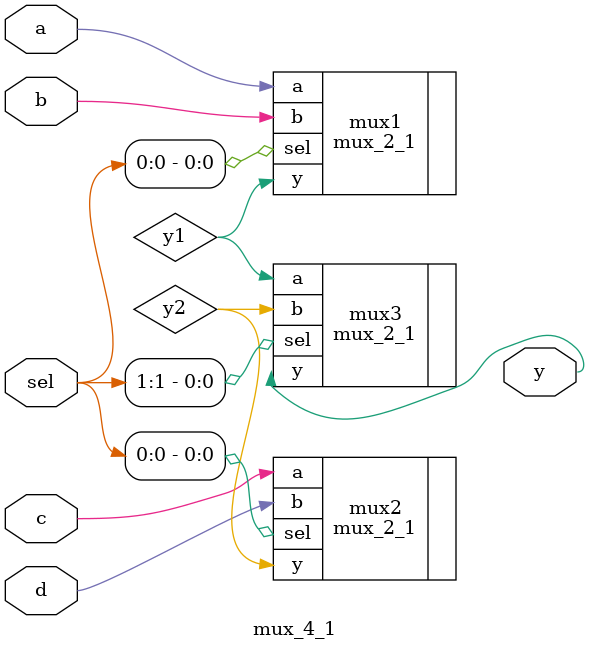
<source format=v>
`include "2_1_mux.v"

module mux_4_1(
    input wire a,
    input wire b,
    input wire c,
    input wire d,
    input wire [1:0] sel,
    output wire y
);

    wire y1, y2;

    mux_2_1 mux1(
        .a(a),
        .b(b),
        .sel(sel[0]),
        .y(y1)
    );

    mux_2_1 mux2(
        .a(c),
        .b(d),
        .sel(sel[0]),
        .y(y2)
    );

    mux_2_1 mux3(
        .a(y1),
        .b(y2),
        .sel(sel[1]),
        .y(y)
    );

endmodule
</source>
